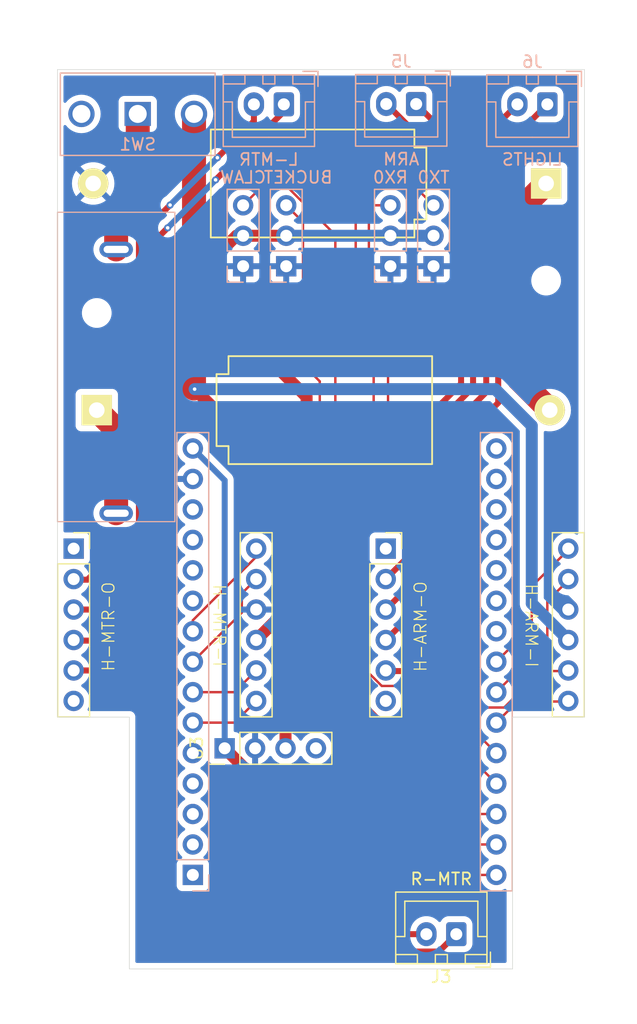
<source format=kicad_pcb>
(kicad_pcb (version 20241229) (generator "pcbnew") (generator_version "9.0")
  (title_block (title "MiniSkidi") (date "2025-05-07") (rev "0"))
  (layers (0 "F.Cu" signal) (2 "B.Cu" signal) (13 "F.Paste" user) (15 "B.Paste" user) (5 "F.SilkS" user "F.Silkscreen") (7 "B.SilkS" user "B.Silkscreen") (1 "F.Mask" user) (3 "B.Mask" user) (25 "Edge.Cuts" user))
  (net 0 "")
  (net 1 "Net-(BT1--)")
  (net 2 "Net-(BT1-+)")
  (net 3 "GND")
  (net 4 "Net-(SW1-B)")
  (net 5 "Net-(J1-Pin_2)")
  (net 6 "Net-(J1-Pin_1)")
  (net 7 "+5V")
  (net 8 "Net-(J2-Pin_3)")
  (net 9 "Net-(J3-Pin_2)")
  (net 10 "Net-(J3-Pin_1)")
  (net 11 "Net-(J4-Pin_3)")
  (net 12 "Net-(J5-Pin_2)")
  (net 13 "Net-(J5-Pin_1)")
  (net 14 "Net-(J6-Pin_1)")
  (net 15 "Net-(J6-Pin_2)")
  (net 18 "Net-(U1-GPIO25)")
  (net 21 "Net-(U1-GPIO32)")
  (net 23 "Net-(U1-GPIO18)")
  (net 27 "Net-(U1-GPIO5)")
  (net 28 "Net-(U1-GPIO26)")
  (net 30 "Net-(U1-GPIO19)")
  (net 31 "Net-(U1-GPIO21)")
  (net 35 "Net-(U1-GPIO33)")
  (net 46 "Net-(J7-Pin_3)")
  (net 47 "Net-(J8-Pin_3)")
  (net 48 "Net-(SW1-A)")
  (footprint "Skidi:CR123_holder" (layer "F.Cu") (at 47.28 67.4 90)
    (property "Reference" "BT1" (hide yes))
    (property "Value" "Battery_Cell")
    (fp_line (start 3 10) (end -3 10) (stroke (width 0.15)) (layer "F.SilkS"))
    (fp_line (start -3 10) (end -3 11) (stroke (width 0.15)) (layer "F.SilkS"))
    (fp_line (start 4.5 11) (end 3 11) (stroke (width 0.15)) (layer "F.SilkS"))
    (fp_line (start 3 11) (end 3 10) (stroke (width 0.15)) (layer "F.SilkS"))
    (fp_line (start -3 11) (end -4.5 11) (stroke (width 0.15)) (layer "F.SilkS"))
    (fp_line (start -4.5 11) (end -4.5 28) (stroke (width 0.15)) (layer "F.SilkS"))
    (fp_line (start 4.5 28) (end 4.5 11) (stroke (width 0.15)) (layer "F.SilkS"))
    (fp_line (start -4.5 28) (end 4.5 28) (stroke (width 0.15)) (layer "F.SilkS"))
    (pad "" np_thru_hole circle (at 8.1 0 90) (size 1.98 1.98) (drill 1.98) (layers "*.Cu" "Dwgs.User"))
    (pad "1" thru_hole rect (at 0 0 90) (size 2.54 2.54) (drill 1.3) (layers "*.Cu" "*.Mask" "F.SilkS") (net 2 "Net-(BT1-+)"))
    (pad "2" thru_hole circle (at 0 37.82 90) (size 2.54 2.54) (drill 1.3) (layers "*.Cu" "*.Mask" "F.SilkS") (net 1 "Net-(BT1--)"))
  )
  (footprint "Skidi:DualPinSocket-12_15.24mm_P2.54mm" (layer "F.Cu") (at 71.41 78.95)
    (property "Reference" "U4" (hide yes))
    (property "Value" "DRV8833")
    (fp_line (start -1.33 1.27) (end -1.33 14.03) (stroke (width 0.12)) (layer "F.SilkS"))
    (fp_line (start -1.33 1.27) (end 1.33 1.27) (stroke (width 0.12)) (layer "F.SilkS"))
    (fp_line (start -1.33 14.03) (end 1.33 14.03) (stroke (width 0.12)) (layer "F.SilkS"))
    (fp_line (start 0 -1.33) (end 1.33 -1.33) (stroke (width 0.12)) (layer "F.SilkS"))
    (fp_line (start 1.33 -1.33) (end 1.33 0) (stroke (width 0.12)) (layer "F.SilkS"))
    (fp_line (start 1.33 1.27) (end 1.33 14.03) (stroke (width 0.12)) (layer "F.SilkS"))
    (fp_line (start 13.91 -1.33) (end 13.91 14.03) (stroke (width 0.12)) (layer "F.SilkS"))
    (fp_line (start 13.91 -1.33) (end 16.57 -1.33) (stroke (width 0.12)) (layer "F.SilkS"))
    (fp_line (start 13.91 14.03) (end 16.57 14.03) (stroke (width 0.12)) (layer "F.SilkS"))
    (fp_line (start 16.57 -1.33) (end 16.57 14.03) (stroke (width 0.12)) (layer "F.SilkS"))
    (fp_text user "${left_pins}" (at 3.49 6.5 90) (layer "F.SilkS") (effects (font (thickness 0.1)) (justify bottom)))
    (fp_text user "${right_pins}" (at 11.58 6.41 270) (layer "F.SilkS") (effects (font (thickness 0.1)) (justify bottom)))
    (pad "1" thru_hole rect (at 0 0) (size 1.7 1.7) (drill 1) (layers "*.Cu" "*.Mask"))
    (pad "2" thru_hole oval (at 0 2.54) (size 1.7 1.7) (drill 1) (layers "*.Cu" "*.Mask") (net 12 "Net-(J5-Pin_2)"))
    (pad "3" thru_hole oval (at 0 5.08) (size 1.7 1.7) (drill 1) (layers "*.Cu" "*.Mask") (net 13 "Net-(J5-Pin_1)"))
    (pad "4" thru_hole oval (at 0 7.62) (size 1.7 1.7) (drill 1) (layers "*.Cu" "*.Mask") (net 15 "Net-(J6-Pin_2)"))
    (pad "5" thru_hole oval (at 0 10.16) (size 1.7 1.7) (drill 1) (layers "*.Cu" "*.Mask") (net 14 "Net-(J6-Pin_1)"))
    (pad "6" thru_hole oval (at 0 12.7) (size 1.7 1.7) (drill 1) (layers "*.Cu" "*.Mask"))
    (pad "7" thru_hole oval (at 15.24 12.7) (size 1.7 1.7) (drill 1) (layers "*.Cu" "*.Mask") (net 30 "Net-(U1-GPIO19)"))
    (pad "8" thru_hole oval (at 15.24 10.16) (size 1.7 1.7) (drill 1) (layers "*.Cu" "*.Mask") (net 31 "Net-(U1-GPIO21)"))
    (pad "9" thru_hole oval (at 15.24 7.62) (size 1.7 1.7) (drill 1) (layers "*.Cu" "*.Mask") (net 48 "Net-(SW1-A)"))
    (pad "10" thru_hole oval (at 15.24 5.08) (size 1.7 1.7) (drill 1) (layers "*.Cu" "*.Mask") (net 3 "GND") (thermal_bridge_width 2))
    (pad "11" thru_hole oval (at 15.24 2.54) (size 1.7 1.7) (drill 1) (layers "*.Cu" "*.Mask") (net 23 "Net-(U1-GPIO18)"))
    (pad "12" thru_hole circle (at 15.24 0) (size 1.7 1.7) (drill 1) (layers "*.Cu" "*.Mask") (net 27 "Net-(U1-GPIO5)"))
  )
  (footprint "Skidi:DualPinSocket-12_15.24mm_P2.54mm" (layer "F.Cu") (at 45.35 78.95)
    (property "Reference" "U2" (hide yes))
    (property "Value" "DRV8833")
    (fp_line (start -1.33 1.27) (end -1.33 14.03) (stroke (width 0.12)) (layer "F.SilkS"))
    (fp_line (start -1.33 1.27) (end 1.33 1.27) (stroke (width 0.12)) (layer "F.SilkS"))
    (fp_line (start -1.33 14.03) (end 1.33 14.03) (stroke (width 0.12)) (layer "F.SilkS"))
    (fp_line (start 0 -1.33) (end 1.33 -1.33) (stroke (width 0.12)) (layer "F.SilkS"))
    (fp_line (start 1.33 -1.33) (end 1.33 0) (stroke (width 0.12)) (layer "F.SilkS"))
    (fp_line (start 1.33 1.27) (end 1.33 14.03) (stroke (width 0.12)) (layer "F.SilkS"))
    (fp_line (start 13.91 -1.33) (end 13.91 14.03) (stroke (width 0.12)) (layer "F.SilkS"))
    (fp_line (start 13.91 -1.33) (end 16.57 -1.33) (stroke (width 0.12)) (layer "F.SilkS"))
    (fp_line (start 13.91 14.03) (end 16.57 14.03) (stroke (width 0.12)) (layer "F.SilkS"))
    (fp_line (start 16.57 -1.33) (end 16.57 14.03) (stroke (width 0.12)) (layer "F.SilkS"))
    (fp_text user "${left_pins}" (at 3.49 6.5 90) (layer "F.SilkS") (effects (font (thickness 0.1)) (justify bottom)))
    (fp_text user "${right_pins}" (at 11.58 6.41 270) (layer "F.SilkS") (effects (font (thickness 0.1)) (justify bottom)))
    (pad "1" thru_hole rect (at 0 0) (size 1.7 1.7) (drill 1) (layers "*.Cu" "*.Mask"))
    (pad "2" thru_hole oval (at 0 2.54) (size 1.7 1.7) (drill 1) (layers "*.Cu" "*.Mask") (net 5 "Net-(J1-Pin_2)"))
    (pad "3" thru_hole oval (at 0 5.08) (size 1.7 1.7) (drill 1) (layers "*.Cu" "*.Mask") (net 6 "Net-(J1-Pin_1)"))
    (pad "4" thru_hole oval (at 0 7.62) (size 1.7 1.7) (drill 1) (layers "*.Cu" "*.Mask") (net 9 "Net-(J3-Pin_2)"))
    (pad "5" thru_hole oval (at 0 10.16) (size 1.7 1.7) (drill 1) (layers "*.Cu" "*.Mask") (net 10 "Net-(J3-Pin_1)"))
    (pad "6" thru_hole oval (at 0 12.7) (size 1.7 1.7) (drill 1) (layers "*.Cu" "*.Mask"))
    (pad "7" thru_hole oval (at 15.24 12.7) (size 1.7 1.7) (drill 1) (layers "*.Cu" "*.Mask") (net 21 "Net-(U1-GPIO32)"))
    (pad "8" thru_hole oval (at 15.24 10.16) (size 1.7 1.7) (drill 1) (layers "*.Cu" "*.Mask") (net 35 "Net-(U1-GPIO33)"))
    (pad "9" thru_hole oval (at 15.24 7.62) (size 1.7 1.7) (drill 1) (layers "*.Cu" "*.Mask") (net 48 "Net-(SW1-A)"))
    (pad "10" thru_hole oval (at 15.24 5.08) (size 1.7 1.7) (drill 1) (layers "*.Cu" "*.Mask") (net 3 "GND"))
    (pad "11" thru_hole oval (at 15.24 2.54) (size 1.7 1.7) (drill 1) (layers "*.Cu" "*.Mask") (net 18 "Net-(U1-GPIO25)"))
    (pad "12" thru_hole circle (at 15.24 0) (size 1.7 1.7) (drill 1) (layers "*.Cu" "*.Mask") (net 28 "Net-(U1-GPIO26)"))
  )
  (footprint "Connector_JST:JST_XH_B2B-XH-A_1x02_P2.50mm_Vertical" (layer "F.Cu") (at 77.3 111.1 180)
    (property "Reference" "J3" (at 1.25 -3.55 0) (layer "F.SilkS"))
    (property "Value" "R-MTR" (at 1.25 4.6 0) (layer "F.SilkS"))
    (fp_line (start 5.06 3.51) (end 5.06 -2.46) (stroke (width 0.12)) (layer "F.SilkS"))
    (fp_line (start 5.06 -2.46) (end -2.56 -2.46) (stroke (width 0.12)) (layer "F.SilkS"))
    (fp_line (start 5.05 -0.2) (end 4.3 -0.2) (stroke (width 0.12)) (layer "F.SilkS"))
    (fp_line (start 5.05 -1.7) (end 5.05 -2.45) (stroke (width 0.12)) (layer "F.SilkS"))
    (fp_line (start 5.05 -2.45) (end 3.25 -2.45) (stroke (width 0.12)) (layer "F.SilkS"))
    (fp_line (start 4.3 2.75) (end 1.25 2.75) (stroke (width 0.12)) (layer "F.SilkS"))
    (fp_line (start 4.3 -0.2) (end 4.3 2.75) (stroke (width 0.12)) (layer "F.SilkS"))
    (fp_line (start 3.25 -1.7) (end 5.05 -1.7) (stroke (width 0.12)) (layer "F.SilkS"))
    (fp_line (start 3.25 -2.45) (end 3.25 -1.7) (stroke (width 0.12)) (layer "F.SilkS"))
    (fp_line (start 1.75 -1.7) (end 1.75 -2.45) (stroke (width 0.12)) (layer "F.SilkS"))
    (fp_line (start 1.75 -2.45) (end 0.75 -2.45) (stroke (width 0.12)) (layer "F.SilkS"))
    (fp_line (start 0.75 -1.7) (end 1.75 -1.7) (stroke (width 0.12)) (layer "F.SilkS"))
    (fp_line (start 0.75 -2.45) (end 0.75 -1.7) (stroke (width 0.12)) (layer "F.SilkS"))
    (fp_line (start -0.75 -1.7) (end -0.75 -2.45) (stroke (width 0.12)) (layer "F.SilkS"))
    (fp_line (start -0.75 -2.45) (end -2.55 -2.45) (stroke (width 0.12)) (layer "F.SilkS"))
    (fp_line (start -1.6 -2.75) (end -2.85 -2.75) (stroke (width 0.12)) (layer "F.SilkS"))
    (fp_line (start -1.8 2.75) (end 1.25 2.75) (stroke (width 0.12)) (layer "F.SilkS"))
    (fp_line (start -1.8 -0.2) (end -1.8 2.75) (stroke (width 0.12)) (layer "F.SilkS"))
    (fp_line (start -2.55 -0.2) (end -1.8 -0.2) (stroke (width 0.12)) (layer "F.SilkS"))
    (fp_line (start -2.55 -1.7) (end -0.75 -1.7) (stroke (width 0.12)) (layer "F.SilkS"))
    (fp_line (start -2.55 -2.45) (end -2.55 -1.7) (stroke (width 0.12)) (layer "F.SilkS"))
    (fp_line (start -2.56 3.51) (end 5.06 3.51) (stroke (width 0.12)) (layer "F.SilkS"))
    (fp_line (start -2.56 -2.46) (end -2.56 3.51) (stroke (width 0.12)) (layer "F.SilkS"))
    (fp_line (start -2.85 -2.75) (end -2.85 -1.5) (stroke (width 0.12)) (layer "F.SilkS"))
    (pad "1" thru_hole roundrect (at 0 0 180) (size 1.7 2) (drill 1) (layers "*.Cu" "*.Mask") (roundrect_rratio 0.147059) (net 10 "Net-(J3-Pin_1)"))
    (pad "2" thru_hole oval (at 2.5 0 180) (size 1.7 2) (drill 1) (layers "*.Cu" "*.Mask") (net 9 "Net-(J3-Pin_2)"))
  )
  (footprint "Connector_PinHeader_2.54mm:PinHeader_1x04_P2.54mm_Vertical" (layer "F.Cu") (at 57.96 95.6 90)
    (property "Reference" "U3" (at 0 -2.33 90) (layer "F.SilkS"))
    (property "Value" "5V regulator")
    (fp_line (start -1.33 -1.33) (end 0 -1.33) (stroke (width 0.12)) (layer "F.SilkS"))
    (fp_line (start -1.33 0) (end -1.33 -1.33) (stroke (width 0.12)) (layer "F.SilkS"))
    (fp_line (start 1.33 1.27) (end 1.33 8.95) (stroke (width 0.12)) (layer "F.SilkS"))
    (fp_line (start -1.33 1.27) (end 1.33 1.27) (stroke (width 0.12)) (layer "F.SilkS"))
    (fp_line (start -1.33 1.27) (end -1.33 8.95) (stroke (width 0.12)) (layer "F.SilkS"))
    (fp_line (start -1.33 8.95) (end 1.33 8.95) (stroke (width 0.12)) (layer "F.SilkS"))
    (pad "1" thru_hole rect (at 0 0 90) (size 1.7 1.7) (drill 1) (layers "*.Cu" "*.Mask") (net 7 "+5V"))
    (pad "2" thru_hole oval (at 0 2.54 90) (size 1.7 1.7) (drill 1) (layers "*.Cu" "*.Mask") (net 3 "GND"))
    (pad "3" thru_hole oval (at 0 5.08 90) (size 1.7 1.7) (drill 1) (layers "*.Cu" "*.Mask") (net 48 "Net-(SW1-A)"))
    (pad "4" thru_hole oval (at 0 7.62 90) (size 1.7 1.7) (drill 1) (layers "*.Cu" "*.Mask"))
  )
  (footprint "Skidi:CR123_holder" (layer "F.Cu") (at 84.8 48.5 -90)
    (property "Reference" "BT2" (hide yes))
    (property "Value" "Battery_Cell")
    (fp_line (start -4.5 28) (end 4.5 28) (stroke (width 0.15)) (layer "F.SilkS"))
    (fp_line (start 4.5 28) (end 4.5 11) (stroke (width 0.15)) (layer "F.SilkS"))
    (fp_line (start -4.5 11) (end -4.5 28) (stroke (width 0.15)) (layer "F.SilkS"))
    (fp_line (start -3 11) (end -4.5 11) (stroke (width 0.15)) (layer "F.SilkS"))
    (fp_line (start 3 11) (end 3 10) (stroke (width 0.15)) (layer "F.SilkS"))
    (fp_line (start 4.5 11) (end 3 11) (stroke (width 0.15)) (layer "F.SilkS"))
    (fp_line (start -3 10) (end -3 11) (stroke (width 0.15)) (layer "F.SilkS"))
    (fp_line (start 3 10) (end -3 10) (stroke (width 0.15)) (layer "F.SilkS"))
    (pad "" np_thru_hole circle (at 8.1 0 270) (size 1.98 1.98) (drill 1.98) (layers "*.Cu" "Dwgs.User"))
    (pad "1" thru_hole rect (at 0 0 270) (size 2.54 2.54) (drill 1.3) (layers "*.Cu" "*.Mask" "F.SilkS") (net 1 "Net-(BT1--)"))
    (pad "2" thru_hole circle (at 0 37.82 270) (size 2.54 2.54) (drill 1.3) (layers "*.Cu" "*.Mask" "F.SilkS") (net 3 "GND"))
  )
  (footprint "Connector_JST:JST_XH_B2B-XH-A_1x02_P2.50mm_Vertical" (layer "B.Cu") (at 62.9 41.9 180)
    (property "Reference" "J1" (hide yes))
    (property "Value" "L-MTR" (at 1.25 -4.6 0) (layer "B.SilkS") (effects (justify mirror)))
    (fp_line (start 5.06 2.46) (end 5.06 -3.51) (stroke (width 0.12)) (layer "B.SilkS"))
    (fp_line (start 5.06 -3.51) (end -2.56 -3.51) (stroke (width 0.12)) (layer "B.SilkS"))
    (fp_line (start 5.05 2.45) (end 5.05 1.7) (stroke (width 0.12)) (layer "B.SilkS"))
    (fp_line (start 5.05 1.7) (end 3.25 1.7) (stroke (width 0.12)) (layer "B.SilkS"))
    (fp_line (start 4.3 0.2) (end 5.05 0.2) (stroke (width 0.12)) (layer "B.SilkS"))
    (fp_line (start 4.3 -2.75) (end 4.3 0.2) (stroke (width 0.12)) (layer "B.SilkS"))
    (fp_line (start 3.25 2.45) (end 5.05 2.45) (stroke (width 0.12)) (layer "B.SilkS"))
    (fp_line (start 3.25 1.7) (end 3.25 2.45) (stroke (width 0.12)) (layer "B.SilkS"))
    (fp_line (start 1.75 2.45) (end 1.75 1.7) (stroke (width 0.12)) (layer "B.SilkS"))
    (fp_line (start 1.75 1.7) (end 0.75 1.7) (stroke (width 0.12)) (layer "B.SilkS"))
    (fp_line (start 1.25 -2.75) (end 4.3 -2.75) (stroke (width 0.12)) (layer "B.SilkS"))
    (fp_line (start 1.25 -2.75) (end -1.8 -2.75) (stroke (width 0.12)) (layer "B.SilkS"))
    (fp_line (start 0.75 2.45) (end 1.75 2.45) (stroke (width 0.12)) (layer "B.SilkS"))
    (fp_line (start 0.75 1.7) (end 0.75 2.45) (stroke (width 0.12)) (layer "B.SilkS"))
    (fp_line (start -0.75 2.45) (end -0.75 1.7) (stroke (width 0.12)) (layer "B.SilkS"))
    (fp_line (start -0.75 1.7) (end -2.55 1.7) (stroke (width 0.12)) (layer "B.SilkS"))
    (fp_line (start -1.8 0.2) (end -2.55 0.2) (stroke (width 0.12)) (layer "B.SilkS"))
    (fp_line (start -1.8 -2.75) (end -1.8 0.2) (stroke (width 0.12)) (layer "B.SilkS"))
    (fp_line (start -2.55 2.45) (end -0.75 2.45) (stroke (width 0.12)) (layer "B.SilkS"))
    (fp_line (start -2.55 1.7) (end -2.55 2.45) (stroke (width 0.12)) (layer "B.SilkS"))
    (fp_line (start -2.56 2.46) (end 5.06 2.46) (stroke (width 0.12)) (layer "B.SilkS"))
    (fp_line (start -2.56 -3.51) (end -2.56 2.46) (stroke (width 0.12)) (layer "B.SilkS"))
    (fp_line (start -2.85 2.75) (end -1.6 2.75) (stroke (width 0.12)) (layer "B.SilkS"))
    (fp_line (start -2.85 1.5) (end -2.85 2.75) (stroke (width 0.12)) (layer "B.SilkS"))
    (pad "1" thru_hole roundrect (at 0 0 180) (size 1.7 2) (drill 1) (layers "*.Cu" "*.Mask") (roundrect_rratio 0.147059) (net 6 "Net-(J1-Pin_1)"))
    (pad "2" thru_hole oval (at 2.5 0 180) (size 1.7 2) (drill 1) (layers "*.Cu" "*.Mask") (net 5 "Net-(J1-Pin_2)"))
  )
  (footprint "Connector_PinHeader_2.54mm:PinHeader_1x03_P2.54mm_Vertical" (layer "B.Cu") (at 71.8 55.4)
    (property "Reference" "J8" (hide yes))
    (property "Value" "RX0" (at 0 -7.41 180) (layer "B.SilkS") (effects (justify mirror)))
    (fp_line (start -1.33 -6.41) (end -1.33 -1.27) (stroke (width 0.12)) (layer "B.SilkS"))
    (fp_line (start -1.33 1.33) (end -1.33 0) (stroke (width 0.12)) (layer "B.SilkS"))
    (fp_line (start 0 1.33) (end -1.33 1.33) (stroke (width 0.12)) (layer "B.SilkS"))
    (fp_line (start 1.33 -6.41) (end -1.33 -6.41) (stroke (width 0.12)) (layer "B.SilkS"))
    (fp_line (start 1.33 -6.41) (end 1.33 -1.27) (stroke (width 0.12)) (layer "B.SilkS"))
    (fp_line (start 1.33 -1.27) (end -1.33 -1.27) (stroke (width 0.12)) (layer "B.SilkS"))
    (pad "1" thru_hole rect (at 0 0) (size 1.7 1.7) (drill 1) (layers "*.Cu" "*.Mask") (net 3 "GND"))
    (pad "2" thru_hole oval (at 0 -2.54) (size 1.7 1.7) (drill 1) (layers "*.Cu" "*.Mask") (net 7 "+5V"))
    (pad "3" thru_hole oval (at 0 -5.08) (size 1.7 1.7) (drill 1) (layers "*.Cu" "*.Mask") (net 47 "Net-(J8-Pin_3)"))
  )
  (footprint "Connector_JST:JST_XH_B2B-XH-A_1x02_P2.50mm_Vertical" (layer "B.Cu") (at 84.9 41.9 180)
    (property "Reference" "J6" (at 1.25 3.55 0) (layer "B.SilkS") (effects (justify mirror)))
    (property "Value" "LIGHTS" (at 1.25 -4.6 0) (layer "B.SilkS") (effects (justify mirror)))
    (fp_line (start 5.06 2.46) (end 5.06 -3.51) (stroke (width 0.12)) (layer "B.SilkS"))
    (fp_line (start 5.06 -3.51) (end -2.56 -3.51) (stroke (width 0.12)) (layer "B.SilkS"))
    (fp_line (start 5.05 2.45) (end 5.05 1.7) (stroke (width 0.12)) (layer "B.SilkS"))
    (fp_line (start 5.05 1.7) (end 3.25 1.7) (stroke (width 0.12)) (layer "B.SilkS"))
    (fp_line (start 4.3 0.2) (end 5.05 0.2) (stroke (width 0.12)) (layer "B.SilkS"))
    (fp_line (start 4.3 -2.75) (end 4.3 0.2) (stroke (width 0.12)) (layer "B.SilkS"))
    (fp_line (start 3.25 2.45) (end 5.05 2.45) (stroke (width 0.12)) (layer "B.SilkS"))
    (fp_line (start 3.25 1.7) (end 3.25 2.45) (stroke (width 0.12)) (layer "B.SilkS"))
    (fp_line (start 1.75 2.45) (end 1.75 1.7) (stroke (width 0.12)) (layer "B.SilkS"))
    (fp_line (start 1.75 1.7) (end 0.75 1.7) (stroke (width 0.12)) (layer "B.SilkS"))
    (fp_line (start 1.25 -2.75) (end 4.3 -2.75) (stroke (width 0.12)) (layer "B.SilkS"))
    (fp_line (start 1.25 -2.75) (end -1.8 -2.75) (stroke (width 0.12)) (layer "B.SilkS"))
    (fp_line (start 0.75 2.45) (end 1.75 2.45) (stroke (width 0.12)) (layer "B.SilkS"))
    (fp_line (start 0.75 1.7) (end 0.75 2.45) (stroke (width 0.12)) (layer "B.SilkS"))
    (fp_line (start -0.75 2.45) (end -0.75 1.7) (stroke (width 0.12)) (layer "B.SilkS"))
    (fp_line (start -0.75 1.7) (end -2.55 1.7) (stroke (width 0.12)) (layer "B.SilkS"))
    (fp_line (start -1.8 0.2) (end -2.55 0.2) (stroke (width 0.12)) (layer "B.SilkS"))
    (fp_line (start -1.8 -2.75) (end -1.8 0.2) (stroke (width 0.12)) (layer "B.SilkS"))
    (fp_line (start -2.55 2.45) (end -0.75 2.45) (stroke (width 0.12)) (layer "B.SilkS"))
    (fp_line (start -2.55 1.7) (end -2.55 2.45) (stroke (width 0.12)) (layer "B.SilkS"))
    (fp_line (start -2.56 2.46) (end 5.06 2.46) (stroke (width 0.12)) (layer "B.SilkS"))
    (fp_line (start -2.56 -3.51) (end -2.56 2.46) (stroke (width 0.12)) (layer "B.SilkS"))
    (fp_line (start -2.85 2.75) (end -1.6 2.75) (stroke (width 0.12)) (layer "B.SilkS"))
    (fp_line (start -2.85 1.5) (end -2.85 2.75) (stroke (width 0.12)) (layer "B.SilkS"))
    (pad "1" thru_hole roundrect (at 0 0 180) (size 1.7 2) (drill 1) (layers "*.Cu" "*.Mask") (roundrect_rratio 0.147059) (net 14 "Net-(J6-Pin_1)"))
    (pad "2" thru_hole oval (at 2.5 0 180) (size 1.7 2) (drill 1) (layers "*.Cu" "*.Mask") (net 15 "Net-(J6-Pin_2)"))
  )
  (footprint "Skidi:SW_Slide-03_SS-12D10_12.7x6.7x6.4_P4.7mm" (layer "B.Cu") (at 50.7 42.7)
    (property "Reference" "SW1" (at 0 2.54 180) (layer "B.SilkS") (effects (justify mirror)))
    (property "Value" "SW_SPDT_312")
    (fp_rect (start -6.46 3.46) (end 6.46 -3.41) (stroke (width 0.12)) (fill no) (layer "B.SilkS"))
    (pad "1" thru_hole rect (at 0 0) (size 2.2 2) (drill 1.5) (layers "*.Cu" "*.Mask") (net 4 "Net-(SW1-B)"))
    (pad "2" thru_hole circle (at -4.7 0) (size 2.2 2.2) (drill 1.5) (layers "*.Cu" "*.Mask"))
    (pad "3" thru_hole circle (at 4.7 0) (size 2.2 2.2) (drill 1.5) (layers "*.Cu" "*.Mask") (net 48 "Net-(SW1-A)"))
  )
  (footprint "Skidi:BLX-A" (layer "B.Cu") (at 48.9 65 90)
    (property "Reference" "F1" (hide yes))
    (property "Value" "Fuse")
    (fp_line (start 14.1 -4.9) (end 14.1 4.9) (stroke (width 0.1)) (layer "B.SilkS"))
    (fp_line (start -11.7 -4.9) (end 14.1 -4.9) (stroke (width 0.1)) (layer "B.SilkS"))
    (fp_line (start -11.7 0) (end -11.7 -4.9) (stroke (width 0.1)) (layer "B.SilkS"))
    (fp_line (start 14.1 4.9) (end -11.7 4.9) (stroke (width 0.1)) (layer "B.SilkS"))
    (fp_line (start -11.7 4.9) (end -11.7 0) (stroke (width 0.1)) (layer "B.SilkS"))
    (pad "1" thru_hole oval (at -11 0 90) (size 1.3 2.8) (drill oval 0.6 2.1) (layers "*.Cu" "*.Mask") (net 2 "Net-(BT1-+)"))
    (pad "2" thru_hole oval (at 11 0 90) (size 1.3 2.8) (drill oval 0.6 2.1) (layers "*.Cu" "*.Mask") (net 4 "Net-(SW1-B)"))
  )
  (footprint "Connector_PinHeader_2.54mm:PinHeader_1x03_P2.54mm_Vertical" (layer "B.Cu") (at 75.4 55.4)
    (property "Reference" "J7" (hide yes))
    (property "Value" "TX0" (at 0 -7.41 180) (layer "B.SilkS") (effects (justify mirror)))
    (fp_line (start -1.33 -6.41) (end -1.33 -1.27) (stroke (width 0.12)) (layer "B.SilkS"))
    (fp_line (start -1.33 1.33) (end -1.33 0) (stroke (width 0.12)) (layer "B.SilkS"))
    (fp_line (start 0 1.33) (end -1.33 1.33) (stroke (width 0.12)) (layer "B.SilkS"))
    (fp_line (start 1.33 -6.41) (end -1.33 -6.41) (stroke (width 0.12)) (layer "B.SilkS"))
    (fp_line (start 1.33 -6.41) (end 1.33 -1.27) (stroke (width 0.12)) (layer "B.SilkS"))
    (fp_line (start 1.33 -1.27) (end -1.33 -1.27) (stroke (width 0.12)) (layer "B.SilkS"))
    (pad "1" thru_hole rect (at 0 0) (size 1.7 1.7) (drill 1) (layers "*.Cu" "*.Mask") (net 3 "GND"))
    (pad "2" thru_hole oval (at 0 -2.54) (size 1.7 1.7) (drill 1) (layers "*.Cu" "*.Mask") (net 7 "+5V"))
    (pad "3" thru_hole oval (at 0 -5.08) (size 1.7 1.7) (drill 1) (layers "*.Cu" "*.Mask") (net 46 "Net-(J7-Pin_3)"))
  )
  (footprint "Connector_PinHeader_2.54mm:PinHeader_1x03_P2.54mm_Vertical" (layer "B.Cu") (at 59.5 55.4)
    (property "Reference" "J4" (hide yes))
    (property "Value" "CLAW" (at 0 -7.41 180) (layer "B.SilkS") (effects (justify mirror)))
    (fp_line (start -1.33 -6.41) (end -1.33 -1.27) (stroke (width 0.12)) (layer "B.SilkS"))
    (fp_line (start -1.33 1.33) (end -1.33 0) (stroke (width 0.12)) (layer "B.SilkS"))
    (fp_line (start 0 1.33) (end -1.33 1.33) (stroke (width 0.12)) (layer "B.SilkS"))
    (fp_line (start 1.33 -6.41) (end -1.33 -6.41) (stroke (width 0.12)) (layer "B.SilkS"))
    (fp_line (start 1.33 -6.41) (end 1.33 -1.27) (stroke (width 0.12)) (layer "B.SilkS"))
    (fp_line (start 1.33 -1.27) (end -1.33 -1.27) (stroke (width 0.12)) (layer "B.SilkS"))
    (pad "1" thru_hole rect (at 0 0) (size 1.7 1.7) (drill 1) (layers "*.Cu" "*.Mask") (net 3 "GND"))
    (pad "2" thru_hole oval (at 0 -2.54) (size 1.7 1.7) (drill 1) (layers "*.Cu" "*.Mask") (net 7 "+5V"))
    (pad "3" thru_hole oval (at 0 -5.08) (size 1.7 1.7) (drill 1) (layers "*.Cu" "*.Mask") (net 11 "Net-(J4-Pin_3)"))
  )
  (footprint "Skidi:DualPinSocket-30_25.4mm_P2.54mm" (layer "B.Cu") (at 55.3 106.16)
    (property "Reference" "U1" (hide yes))
    (property "Value" "~")
    (fp_line (start -1.33 -36.89) (end -1.33 -1.27) (stroke (width 0.12)) (layer "B.SilkS"))
    (fp_line (start 1.33 -36.89) (end -1.33 -36.89) (stroke (width 0.12)) (layer "B.SilkS"))
    (fp_line (start 1.33 -36.89) (end 1.33 -1.27) (stroke (width 0.12)) (layer "B.SilkS"))
    (fp_line (start 1.33 -1.27) (end -1.33 -1.27) (stroke (width 0.12)) (layer "B.SilkS"))
    (fp_line (start 1.33 0) (end 1.33 1.33) (stroke (width 0.12)) (layer "B.SilkS"))
    (fp_line (start 1.33 1.33) (end 0 1.33) (stroke (width 0.12)) (layer "B.SilkS"))
    (fp_line (start 24.01 -36.89) (end 24.01 1.33) (stroke (width 0.12)) (layer "B.SilkS"))
    (fp_line (start 26.67 -36.89) (end 24.01 -36.89) (stroke (width 0.12)) (layer "B.SilkS"))
    (fp_line (start 26.67 -36.89) (end 26.67 1.33) (stroke (width 0.12)) (layer "B.SilkS"))
    (fp_line (start 26.67 1.29) (end 26.67 1.33) (stroke (width 0.1)) (layer "B.SilkS"))
    (fp_line (start 26.67 1.33) (end 24.01 1.33) (stroke (width 0.12)) (layer "B.SilkS"))
    (pad "1" thru_hole rect (at 0 0) (size 1.7 1.7) (drill 1) (layers "*.Cu" "*.Mask"))
    (pad "2" thru_hole oval (at 0 -2.54) (size 1.7 1.7) (drill 1) (layers "*.Cu" "*.Mask"))
    (pad "3" thru_hole oval (at 0 -5.08) (size 1.7 1.7) (drill 1) (layers "*.Cu" "*.Mask"))
    (pad "4" thru_hole oval (at 0 -7.62) (size 1.7 1.7) (drill 1) (layers "*.Cu" "*.Mask"))
    (pad "5" thru_hole oval (at 0 -10.16) (size 1.7 1.7) (drill 1) (layers "*.Cu" "*.Mask"))
    (pad "6" thru_hole oval (at 0 -12.7) (size 1.7 1.7) (drill 1) (layers "*.Cu" "*.Mask") (net 21 "Net-(U1-GPIO32)"))
    (pad "7" thru_hole oval (at 0 -15.24) (size 1.7 1.7) (drill 1) (layers "*.Cu" "*.Mask") (net 35 "Net-(U1-GPIO33)"))
    (pad "8" thru_hole oval (at 0 -17.78) (size 1.7 1.7) (drill 1) (layers "*.Cu" "*.Mask") (net 18 "Net-(U1-GPIO25)"))
    (pad "9" thru_hole oval (at 0 -20.32) (size 1.7 1.7) (drill 1) (layers "*.Cu" "*.Mask") (net 28 "Net-(U1-GPIO26)"))
    (pad "10" thru_hole oval (at 0 -22.86) (size 1.7 1.7) (drill 1) (layers "*.Cu" "*.Mask"))
    (pad "11" thru_hole oval (at 0 -25.4) (size 1.7 1.7) (drill 1) (layers "*.Cu" "*.Mask"))
    (pad "12" thru_hole oval (at 0 -27.94) (size 1.7 1.7) (drill 1) (layers "*.Cu" "*.Mask"))
    (pad "13" thru_hole oval (at 0 -30.48) (size 1.7 1.7) (drill 1) (layers "*.Cu" "*.Mask"))
    (pad "14" thru_hole oval (at 0 -33.02) (size 1.7 1.7) (drill 1) (layers "*.Cu" "*.Mask") (net 3 "GND"))
    (pad "15" thru_hole oval (at 0 -35.56) (size 1.7 1.7) (drill 1) (layers "*.Cu" "*.Mask") (net 7 "+5V"))
    (pad "16" thru_hole oval (at 25.34 -35.56) (size 1.7 1.7) (drill 1) (layers "*.Cu" "*.Mask"))
    (pad "17" thru_hole oval (at 25.34 -33.02) (size 1.7 1.7) (drill 1) (layers "*.Cu" "*.Mask"))
    (pad "18" thru_hole oval (at 25.34 -30.48) (size 1.7 1.7) (drill 1) (layers "*.Cu" "*.Mask"))
    (pad "19" thru_hole oval (at 25.34 -27.94) (size 1.7 1.7) (drill 1) (layers "*.Cu" "*.Mask"))
    (pad "20" thru_hole oval (at 25.34 -25.4) (size 1.7 1.7) (drill 1) (layers "*.Cu" "*.Mask"))
    (pad "21" thru_hole oval (at 25.34 -22.86) (size 1.7 1.7) (drill 1) (layers "*.Cu" "*.Mask"))
    (pad "22" thru_hole oval (at 25.34 -20.32) (size 1.7 1.7) (drill 1) (layers "*.Cu" "*.Mask"))
    (pad "23" thru_hole oval (at 25.34 -17.78) (size 1.7 1.7) (drill 1) (layers "*.Cu" "*.Mask") (net 27 "Net-(U1-GPIO5)"))
    (pad "24" thru_hole oval (at 25.34 -15.24) (size 1.7 1.7) (drill 1) (layers "*.Cu" "*.Mask") (net 23 "Net-(U1-GPIO18)"))
    (pad "25" thru_hole oval (at 25.34 -12.7) (size 1.7 1.7) (drill 1) (layers "*.Cu" "*.Mask") (net 30 "Net-(U1-GPIO19)"))
    (pad "26" thru_hole oval (at 25.34 -10.16) (size 1.7 1.7) (drill 1) (layers "*.Cu" "*.Mask") (net 31 "Net-(U1-GPIO21)"))
    (pad "27" thru_hole oval (at 25.34 -7.62) (size 1.7 1.7) (drill 1) (layers "*.Cu" "*.Mask") (net 47 "Net-(J8-Pin_3)"))
    (pad "28" thru_hole oval (at 25.34 -5.08) (size 1.7 1.7) (drill 1) (layers "*.Cu" "*.Mask") (net 46 "Net-(J7-Pin_3)"))
    (pad "29" thru_hole oval (at 25.34 -2.54) (size 1.7 1.7) (drill 1) (layers "*.Cu" "*.Mask") (net 11 "Net-(J4-Pin_3)"))
    (pad "30" thru_hole circle (at 25.34 0) (size 1.7 1.7) (drill 1) (layers "*.Cu" "*.Mask") (net 8 "Net-(J2-Pin_3)"))
  )
  (footprint "Connector_JST:JST_XH_B2B-XH-A_1x02_P2.50mm_Vertical" (layer "B.Cu") (at 73.95 41.875 180)
    (property "Reference" "J5" (at 1.25 3.55 0) (layer "B.SilkS") (effects (justify mirror)))
    (property "Value" "ARM" (at 1.25 -4.6 0) (layer "B.SilkS") (effects (justify mirror)))
    (fp_line (start 5.06 2.46) (end 5.06 -3.51) (stroke (width 0.12)) (layer "B.SilkS"))
    (fp_line (start 5.06 -3.51) (end -2.56 -3.51) (stroke (width 0.12)) (layer "B.SilkS"))
    (fp_line (start 5.05 2.45) (end 5.05 1.7) (stroke (width 0.12)) (layer "B.SilkS"))
    (fp_line (start 5.05 1.7) (end 3.25 1.7) (stroke (width 0.12)) (layer "B.SilkS"))
    (fp_line (start 4.3 0.2) (end 5.05 0.2) (stroke (width 0.12)) (layer "B.SilkS"))
    (fp_line (start 4.3 -2.75) (end 4.3 0.2) (stroke (width 0.12)) (layer "B.SilkS"))
    (fp_line (start 3.25 2.45) (end 5.05 2.45) (stroke (width 0.12)) (layer "B.SilkS"))
    (fp_line (start 3.25 1.7) (end 3.25 2.45) (stroke (width 0.12)) (layer "B.SilkS"))
    (fp_line (start 1.75 2.45) (end 1.75 1.7) (stroke (width 0.12)) (layer "B.SilkS"))
    (fp_line (start 1.75 1.7) (end 0.75 1.7) (stroke (width 0.12)) (layer "B.SilkS"))
    (fp_line (start 1.25 -2.75) (end 4.3 -2.75) (stroke (width 0.12)) (layer "B.SilkS"))
    (fp_line (start 1.25 -2.75) (end -1.8 -2.75) (stroke (width 0.12)) (layer "B.SilkS"))
    (fp_line (start 0.75 2.45) (end 1.75 2.45) (stroke (width 0.12)) (layer "B.SilkS"))
    (fp_line (start 0.75 1.7) (end 0.75 2.45) (stroke (width 0.12)) (layer "B.SilkS"))
    (fp_line (start -0.75 2.45) (end -0.75 1.7) (stroke (width 0.12)) (layer "B.SilkS"))
    (fp_line (start -0.75 1.7) (end -2.55 1.7) (stroke (width 0.12)) (layer "B.SilkS"))
    (fp_line (start -1.8 0.2) (end -2.55 0.2) (stroke (width 0.12)) (layer "B.SilkS"))
    (fp_line (start -1.8 -2.75) (end -1.8 0.2) (stroke (width 0.12)) (layer "B.SilkS"))
    (fp_line (start -2.55 2.45) (end -0.75 2.45) (stroke (width 0.12)) (layer "B.SilkS"))
    (fp_line (start -2.55 1.7) (end -2.55 2.45) (stroke (width 0.12)) (layer "B.SilkS"))
    (fp_line (start -2.56 2.46) (end 5.06 2.46) (stroke (width 0.12)) (layer "B.SilkS"))
    (fp_line (start -2.56 -3.51) (end -2.56 2.46) (stroke (width 0.12)) (layer "B.SilkS"))
    (fp_line (start -2.85 2.75) (end -1.6 2.75) (stroke (width 0.12)) (layer "B.SilkS"))
    (fp_line (start -2.85 1.5) (end -2.85 2.75) (stroke (width 0.12)) (layer "B.SilkS"))
    (pad "1" thru_hole roundrect (at 0 0 180) (size 1.7 2) (drill 1) (layers "*.Cu" "*.Mask") (roundrect_rratio 0.147059) (net 13 "Net-(J5-Pin_1)"))
    (pad "2" thru_hole oval (at 2.5 0 180) (size 1.7 2) (drill 1) (layers "*.Cu" "*.Mask") (net 12 "Net-(J5-Pin_2)"))
  )
  (footprint "Connector_PinHeader_2.54mm:PinHeader_1x03_P2.54mm_Vertical" (layer "B.Cu") (at 63.1 55.4)
    (property "Reference" "J2" (hide yes))
    (property "Value" "BUCKET" (at 1 -7.41 180) (layer "B.SilkS") (effects (justify mirror)))
    (fp_line (start -1.33 -6.41) (end -1.33 -1.27) (stroke (width 0.12)) (layer "B.SilkS"))
    (fp_line (start -1.33 1.33) (end -1.33 0) (stroke (width 0.12)) (layer "B.SilkS"))
    (fp_line (start 0 1.33) (end -1.33 1.33) (stroke (width 0.12)) (layer "B.SilkS"))
    (fp_line (start 1.33 -6.41) (end -1.33 -6.41) (stroke (width 0.12)) (layer "B.SilkS"))
    (fp_line (start 1.33 -6.41) (end 1.33 -1.27) (stroke (width 0.12)) (layer "B.SilkS"))
    (fp_line (start 1.33 -1.27) (end -1.33 -1.27) (stroke (width 0.12)) (layer "B.SilkS"))
    (pad "1" thru_hole rect (at 0 0) (size 1.7 1.7) (drill 1) (layers "*.Cu" "*.Mask") (net 3 "GND"))
    (pad "2" thru_hole oval (at 0 -2.54) (size 1.7 1.7) (drill 1) (layers "*.Cu" "*.Mask") (net 7 "+5V"))
    (pad "3" thru_hole oval (at 0 -5.08) (size 1.7 1.7) (drill 1) (layers "*.Cu" "*.Mask") (net 8 "Net-(J2-Pin_3)"))
  )
  (gr_line (start 82 114) (end 50 114) (stroke (width 0.05)) (layer "Edge.Cuts"))
  (gr_line (start 50 93) (end 44 93) (stroke (width 0.05)) (layer "Edge.Cuts"))
  (gr_line (start 82 93) (end 82 114) (stroke (width 0.05)) (layer "Edge.Cuts"))
  (gr_line (start 44 39) (end 88 39) (stroke (width 0.05)) (layer "Edge.Cuts"))
  (gr_line (start 88 39) (end 88 93) (stroke (width 0.05)) (layer "Edge.Cuts"))
  (gr_line (start 44 93) (end 44 39) (stroke (width 0.05)) (layer "Edge.Cuts"))
  (gr_line (start 50 114) (end 50 93) (stroke (width 0.05)) (layer "Edge.Cuts"))
  (gr_line (start 88 93) (end 82 93) (stroke (width 0.05)) (layer "Edge.Cuts"))
  (segment (start 85.1 67.4) (end 82.5 64.8) (width 2) (layer "F.Cu") (net 1))
  (segment (start 82.5 64.8) (end 82.5 50.8) (width 2) (layer "F.Cu") (net 1))
  (segment (start 82.5 50.8) (end 84.8 48.5) (width 2) (layer "F.Cu") (net 1))
  (segment (start 48.9 76) (end 48.9 69.02) (width 2) (layer "F.Cu") (net 2))
  (segment (start 48.9 69.02) (end 47.28 67.4) (width 2) (layer "F.Cu") (net 2))
  (segment (start 48.9 51.5) (end 50.7 49.7) (width 2) (layer "F.Cu") (net 4))
  (segment (start 48.9 54) (end 48.9 51.5) (width 2) (layer "F.Cu") (net 4))
  (segment (start 50.7 49.7) (end 50.7 42.7) (width 2) (layer "F.Cu") (net 4))
  (segment (start 57.35 46.35) (end 57.3 46.4) (width 0.5) (layer "F.Cu") (net 5))
  (segment (start 60.4 41.9) (end 60.4 43.3) (width 0.5) (layer "F.Cu") (net 5))
  (segment (start 50.8 52.9) (end 50.8 77.242081) (width 0.5) (layer "F.Cu") (net 5))
  (segment (start 50.8 52.9) (end 53.4 50.3) (width 0.5) (layer "F.Cu") (net 5))
  (segment (start 50.8 77.242081) (end 46.502081 81.54) (width 0.5) (layer "F.Cu") (net 5))
  (segment (start 46.502081 81.54) (end 45.3 81.54) (width 0.5) (layer "F.Cu") (net 5))
  (segment (start 60.4 43.3) (end 57.35 46.35) (width 0.5) (layer "F.Cu") (net 5))
  (via (at 57.35 46.35) (size 0.6) (drill 0.3) (layers "F.Cu" "B.Cu") (net 5))
  (via (at 53.4 50.3) (size 0.6) (drill 0.3) (layers "F.Cu" "B.Cu") (net 5))
  (segment (start 53.4 50.3) (end 57.35 46.35) (width 0.5) (layer "B.Cu") (net 5))
  (segment (start 52.3 53.1) (end 52.3 78.7) (width 0.5) (layer "F.Cu") (net 6))
  (segment (start 52.3 78.7) (end 46.97 84.03) (width 0.5) (layer "F.Cu") (net 6))
  (segment (start 53.2 52.2) (end 52.3 53.1) (width 0.5) (layer "F.Cu") (net 6))
  (segment (start 62.9 41.9) (end 62.9 42.5) (width 0.2) (layer "F.Cu") (net 6))
  (segment (start 62.9 42.5) (end 57.2 48.2) (width 0.5) (layer "F.Cu") (net 6))
  (segment (start 46.97 84.03) (end 45.35 84.03) (width 0.5) (layer "F.Cu") (net 6))
  (via (at 57.2 48.2) (size 0.6) (drill 0.3) (layers "F.Cu" "B.Cu") (net 6))
  (via (at 53.2 52.2) (size 0.6) (drill 0.3) (layers "F.Cu" "B.Cu") (net 6))
  (segment (start 53.2 52.2) (end 57.2 48.2) (width 0.5) (layer "B.Cu") (net 6))
  (segment (start 67.4 94.7) (end 67.4 96.4) (width 1) (layer "F.Cu") (net 7))
  (segment (start 64.8 66.3) (end 64.8 92.1) (width 1) (layer "F.Cu") (net 7))
  (segment (start 57.5 54.3) (end 57.5 59) (width 1) (layer "F.Cu") (net 7))
  (segment (start 64.8 92.1) (end 67.4 94.7) (width 1) (layer "F.Cu") (net 7))
  (segment (start 58.94 52.86) (end 57.5 54.3) (width 1) (layer "F.Cu") (net 7))
  (segment (start 59.5 52.86) (end 63.1 52.86) (width 1) (layer "F.Cu") (net 7))
  (segment (start 59.86 97.5) (end 57.96 95.6) (width 1) (layer "F.Cu") (net 7))
  (segment (start 59.5 52.86) (end 58.94 52.86) (width 1) (layer "F.Cu") (net 7))
  (segment (start 67.4 96.4) (end 66.3 97.5) (width 1) (layer "F.Cu") (net 7))
  (segment (start 66.3 97.5) (end 59.86 97.5) (width 1) (layer "F.Cu") (net 7))
  (segment (start 57.5 59) (end 64.8 66.3) (width 1) (layer "F.Cu") (net 7))
  (segment (start 71.8 52.86) (end 75.4 52.86) (width 1) (layer "B.Cu") (net 7))
  (segment (start 55.3 70.6) (end 57.96 73.26) (width 0.5) (layer "B.Cu") (net 7))
  (segment (start 57.96 73.26) (end 57.96 95.6) (width 0.5) (layer "B.Cu") (net 7))
  (segment (start 63.1 52.86) (end 71.8 52.86) (width 1) (layer "B.Cu") (net 7))
  (segment (start 69.6 98.7) (end 77.06 106.16) (width 0.2) (layer "F.Cu") (net 8))
  (segment (start 64.5 63.6) (end 65.9 65) (width 0.2) (layer "F.Cu") (net 8))
  (segment (start 63.1 50.32) (end 64.5 51.72) (width 0.2) (layer "F.Cu") (net 8))
  (segment (start 69.6 95.1) (end 69.6 98.7) (width 0.2) (layer "F.Cu") (net 8))
  (segment (start 65.9 91.4) (end 69.6 95.1) (width 0.2) (layer "F.Cu") (net 8))
  (segment (start 65.9 65) (end 65.9 91.4) (width 0.2) (layer "F.Cu") (net 8))
  (segment (start 77.06 106.16) (end 80.64 106.16) (width 0.2) (layer "F.Cu") (net 8))
  (segment (start 64.5 51.72) (end 64.5 63.6) (width 0.2) (layer "F.Cu") (net 8))
  (segment (start 52.9 92.2) (end 52.9 108.8) (width 0.5) (layer "F.Cu") (net 9))
  (segment (start 47.32 86.62) (end 52.9 92.2) (width 0.5) (layer "F.Cu") (net 9))
  (segment (start 52.9 108.8) (end 55.2 111.1) (width 0.5) (layer "F.Cu") (net 9))
  (segment (start 55.2 111.1) (end 74.8 111.1) (width 0.5) (layer "F.Cu") (net 9))
  (segment (start 45.3 86.62) (end 47.32 86.62) (width 0.5) (layer "F.Cu") (net 9))
  (segment (start 47.61 89.11) (end 51.6 93.1) (width 0.5) (layer "F.Cu") (net 10))
  (segment (start 55.05 112.55) (end 75.85 112.55) (width 0.5) (layer "F.Cu") (net 10))
  (segment (start 45.35 89.11) (end 47.61 89.11) (width 0.5) (layer "F.Cu") (net 10))
  (segment (start 51.6 93.1) (end 51.6 109.1) (width 0.5) (layer "F.Cu") (net 10))
  (segment (start 75.85 112.55) (end 77.3 111.1) (width 0.5) (layer "F.Cu") (net 10))
  (segment (start 51.6 109.1) (end 55.05 112.55) (width 0.5) (layer "F.Cu") (net 10))
  (segment (start 63.206346 48.8) (end 61.02 48.8) (width 0.2) (layer "F.Cu") (net 11))
  (segment (start 61.02 48.8) (end 59.5 50.32) (width 0.2) (layer "F.Cu") (net 11))
  (segment (start 67.2 52.793654) (end 63.206346 48.8) (width 0.2) (layer "F.Cu") (net 11))
  (segment (start 71 94.8) (end 71 96.6) (width 0.2) (layer "F.Cu") (net 11))
  (segment (start 67.2 91) (end 71 94.8) (width 0.2) (layer "F.Cu") (net 11))
  (segment (start 78.02 103.62) (end 80.64 103.62) (width 0.2) (layer "F.Cu") (net 11))
  (segment (start 71 96.6) (end 78.02 103.62) (width 0.2) (layer "F.Cu") (net 11))
  (segment (start 67.2 90.8) (end 67.2 52.793654) (width 0.2) (layer "F.Cu") (net 11))
  (segment (start 67.2 91) (end 67.2 90.8) (width 0.2) (layer "F.Cu") (net 11))
  (segment (start 75 77.9) (end 71.41 81.49) (width 0.5) (layer "F.Cu") (net 12))
  (segment (start 71.45 41.875) (end 71.6 41.875) (width 0.5) (layer "F.Cu") (net 12))
  (segment (start 71.45 41.875) (end 71.475 41.875) (width 0.5) (layer "F.Cu") (net 12))
  (segment (start 77.7 65.2) (end 75 67.9) (width 0.5) (layer "F.Cu") (net 12))
  (segment (start 75 67.9) (end 75 77.9) (width 0.5) (layer "F.Cu") (net 12))
  (segment (start 77.7 48.1) (end 77.7 65.2) (width 0.5) (layer "F.Cu") (net 12))
  (segment (start 71.475 41.875) (end 77.7 48.1) (width 0.5) (layer "F.Cu") (net 12))
  (segment (start 76.2 68) (end 76.2 79.24) (width 0.5) (layer "F.Cu") (net 13))
  (segment (start 78.7 46.625) (end 78.7 65.5) (width 0.5) (layer "F.Cu") (net 13))
  (segment (start 73.95 41.875) (end 78.7 46.625) (width 0.5) (layer "F.Cu") (net 13))
  (segment (start 73.95 41.875) (end 73.975 41.875) (width 0.5) (layer "F.Cu") (net 13))
  (segment (start 78.7 65.5) (end 76.2 68) (width 0.5) (layer "F.Cu") (net 13))
  (segment (start 76.2 79.24) (end 71.41 84.03) (width 0.5) (layer "F.Cu") (net 13))
  (segment (start 78.5 84.1) (end 73.44 89.16) (width 0.5) (layer "F.Cu") (net 14))
  (segment (start 80.8 46) (end 80.8 66.789949) (width 0.5) (layer "F.Cu") (net 14))
  (segment (start 78.6 68.989949) (end 78.6 69) (width 0.5) (layer "F.Cu") (net 14))
  (segment (start 78.5 69) (end 78.5 84.1) (width 0.5) (layer "F.Cu") (net 14))
  (segment (start 84.9 41.9) (end 80.8 46) (width 0.5) (layer "F.Cu") (net 14))
  (segment (start 73.44 89.16) (end 71.46 89.16) (width 0.5) (layer "F.Cu") (net 14))
  (segment (start 80.8 66.789949) (end 78.6 68.989949) (width 0.5) (layer "F.Cu") (net 14))
  (segment (start 77.4 80.58) (end 71.41 86.57) (width 0.5) (layer "F.Cu") (net 15))
  (segment (start 79.8 44.5) (end 79.8 65.9) (width 0.5) (layer "F.Cu") (net 15))
  (segment (start 82.4 41.9) (end 79.8 44.5) (width 0.5) (layer "F.Cu") (net 15))
  (segment (start 77.4 68.3) (end 77.4 80.58) (width 0.5) (layer "F.Cu") (net 15))
  (segment (start 79.8 65.9) (end 77.4 68.3) (width 0.5) (layer "F.Cu") (net 15))
  (segment (start 59.39 84.29) (end 55.3 88.38) (width 0.2) (layer "F.Cu") (net 18))
  (segment (start 59.39 82.69) (end 59.39 84.29) (width 0.2) (layer "F.Cu") (net 18))
  (segment (start 60.54 81.54) (end 59.39 82.69) (width 0.2) (layer "F.Cu") (net 18))
  (segment (start 58.78 93.46) (end 60.54 91.7) (width 0.2) (layer "F.Cu") (net 21))
  (segment (start 55.3 93.46) (end 58.78 93.46) (width 0.2) (layer "F.Cu") (net 21))
  (segment (start 84.9 83.34) (end 86.7 81.54) (width 0.2) (layer "F.Cu") (net 23))
  (segment (start 80.64 90.92) (end 84.9 86.66) (width 0.2) (layer "F.Cu") (net 23))
  (segment (start 84.9 86.66) (end 84.9 83.34) (width 0.2) (layer "F.Cu") (net 23))
  (segment (start 83.6 82.1) (end 86.7 79) (width 0.2) (layer "F.Cu") (net 27))
  (segment (start 83.6 85.42) (end 83.6 82.1) (width 0.2) (layer "F.Cu") (net 27))
  (segment (start 80.64 88.38) (end 83.6 85.42) (width 0.2) (layer "F.Cu") (net 27))
  (segment (start 60.54 79) (end 60.54 79.686346) (width 0.2) (layer "F.Cu") (net 28))
  (segment (start 55.3 84.926346) (end 55.3 85.84) (width 0.2) (layer "F.Cu") (net 28))
  (segment (start 60.54 79.686346) (end 55.3 84.926346) (width 0.2) (layer "F.Cu") (net 28))
  (segment (start 80.64 93.46) (end 82.4 91.7) (width 0.2) (layer "F.Cu") (net 30))
  (segment (start 82.4 91.7) (end 86.7 91.7) (width 0.2) (layer "F.Cu") (net 30))
  (segment (start 84.34 89.16) (end 86.7 89.16) (width 0.2) (layer "F.Cu") (net 31))
  (segment (start 78.7 92.9) (end 79.4 92.2) (width 0.2) (layer "F.Cu") (net 31))
  (segment (start 81.3 92.2) (end 84.34 89.16) (width 0.2) (layer "F.Cu") (net 31))
  (segment (start 80.64 96) (end 78.7 94.06) (width 0.2) (layer "F.Cu") (net 31))
  (segment (start 79.4 92.2) (end 81.3 92.2) (width 0.2) (layer "F.Cu") (net 31))
  (segment (start 78.7 94.06) (end 78.7 92.9) (width 0.2) (layer "F.Cu") (net 31))
  (segment (start 58.78 90.92) (end 60.54 89.16) (width 0.2) (layer "F.Cu") (net 35))
  (segment (start 55.3 90.92) (end 58.78 90.92) (width 0.2) (layer "F.Cu") (net 35))
  (segment (start 70.4 75.3) (end 68.5 77.2) (width 0.2) (layer "F.Cu") (net 46))
  (segment (start 75.4 50.32) (end 73.38 48.3) (width 0.2) (layer "F.Cu") (net 46))
  (segment (start 70.5 48.3) (end 68.9 49.9) (width 0.2) (layer "F.Cu") (net 46))
  (segment (start 68.9 58.3) (end 70.4 59.8) (width 0.2) (layer "F.Cu") (net 46))
  (segment (start 68.9 49.9) (end 68.9 58.3) (width 0.2) (layer "F.Cu") (net 46))
  (segment (start 68.5 90.7) (end 78.88 101.08) (width 0.2) (layer "F.Cu") (net 46))
  (segment (start 70.4 59.8) (end 70.4 75.3) (width 0.2) (layer "F.Cu") (net 46))
  (segment (start 68.5 77.2) (end 68.5 90.7) (width 0.2) (layer "F.Cu") (net 46))
  (segment (start 73.38 48.3) (end 70.5 48.3) (width 0.2) (layer "F.Cu") (net 46))
  (segment (start 80.64 101.08) (end 79 101.08) (width 0.2) (layer "F.Cu") (net 46))
  (segment (start 78.88 101.08) (end 79 101.08) (width 0.2) (layer "F.Cu") (net 46))
  (segment (start 71.6 58.8) (end 71.6 75.6) (width 0.2) (layer "F.Cu") (net 47))
  (segment (start 71.6 75.6) (end 69.7 77.5) (width 0.2) (layer "F.Cu") (net 47))
  (segment (start 71.073654 90.4) (end 72.5 90.4) (width 0.2) (layer "F.Cu") (net 47))
  (segment (start 71.8 50.32) (end 70.38 50.32) (width 0.2) (layer "F.Cu") (net 47))
  (segment (start 69.7 77.5) (end 69.7 89.026346) (width 0.2) (layer "F.Cu") (net 47))
  (segment (start 70 50.7) (end 70 57.2) (width 0.2) (layer "F.Cu") (net 47))
  (segment (start 72.5 90.4) (end 80.64 98.54) (width 0.2) (layer "F.Cu") (net 47))
  (segment (start 70.38 50.32) (end 70 50.7) (width 0.2) (layer "F.Cu") (net 47))
  (segment (start 70 57.2) (end 71.6 58.8) (width 0.2) (layer "F.Cu") (net 47))
  (segment (start 69.7 89.026346) (end 71.073654 90.4) (width 0.2) (layer "F.Cu") (net 47))
  (segment (start 55.4 65.6) (end 55.45 65.65) (width 0.7) (layer "F.Cu") (net 48))
  (segment (start 57.4 67.6) (end 57.4 69.9) (width 1) (layer "F.Cu") (net 48))
  (segment (start 63.04 75.54) (end 63.04 84.1) (width 1) (layer "F.Cu") (net 48))
  (segment (start 55.4 42.7) (end 55.4 65.6) (width 2) (layer "F.Cu") (net 48))
  (segment (start 63.04 84.12) (end 63.04 84.1) (width 0.2) (layer "F.Cu") (net 48))
  (segment (start 60.54 86.62) (end 63.04 84.12) (width 1) (layer "F.Cu") (net 48))
  (segment (start 55.45 65.65) (end 57.4 67.6) (width 1) (layer "F.Cu") (net 48))
  (segment (start 57.4 69.9) (end 63.04 75.54) (width 1) (layer "F.Cu") (net 48))
  (segment (start 63.04 84.1) (end 63.04 95.6) (width 1) (layer "F.Cu") (net 48))
  (via (at 55.45 65.65) (size 0.6) (drill 0.3) (layers "F.Cu" "B.Cu") (net 48))
  (segment (start 80.55 65.65) (end 83.6 68.7) (width 1) (layer "B.Cu") (net 48))
  (segment (start 83.6 68.7) (end 83.6 83.52) (width 1) (layer "B.Cu") (net 48))
  (segment (start 55.45 65.65) (end 80.55 65.65) (width 1) (layer "B.Cu") (net 48))
  (segment (start 83.6 83.52) (end 86.7 86.62) (width 1) (layer "B.Cu") (net 48))
  (zone (net 3) (net_name "GND") (layer "B.Cu") (connect_pads (clearance 0.5)) (min_thickness 0.25) (fill yes (thermal_gap 0.5) (thermal_bridge_width 0.5))
    (polygon (pts (xy 92 33.2) (xy 92.4 33.6) (xy 92.4 118.6) (xy 39.3 118.6) (xy 39.2 118.5) (xy 39.2 33.2)))
  )
)
</source>
